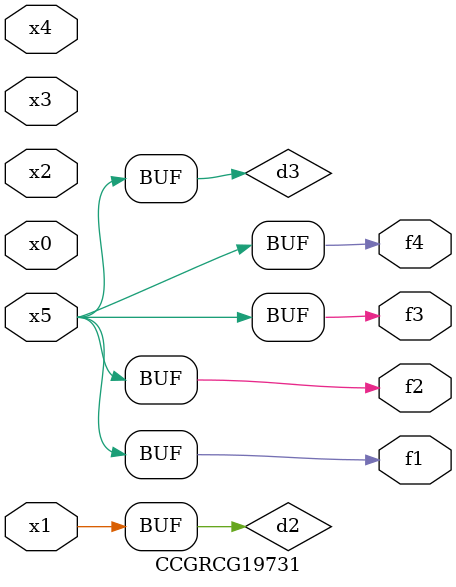
<source format=v>
module CCGRCG19731(
	input x0, x1, x2, x3, x4, x5,
	output f1, f2, f3, f4
);

	wire d1, d2, d3;

	not (d1, x5);
	or (d2, x1);
	xnor (d3, d1);
	assign f1 = d3;
	assign f2 = d3;
	assign f3 = d3;
	assign f4 = d3;
endmodule

</source>
